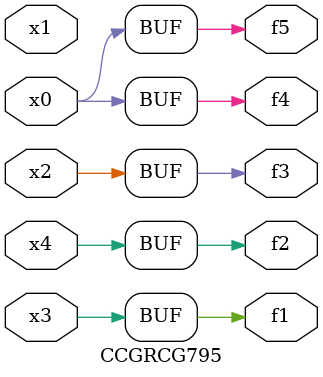
<source format=v>
module CCGRCG795(
	input x0, x1, x2, x3, x4,
	output f1, f2, f3, f4, f5
);
	assign f1 = x3;
	assign f2 = x4;
	assign f3 = x2;
	assign f4 = x0;
	assign f5 = x0;
endmodule

</source>
